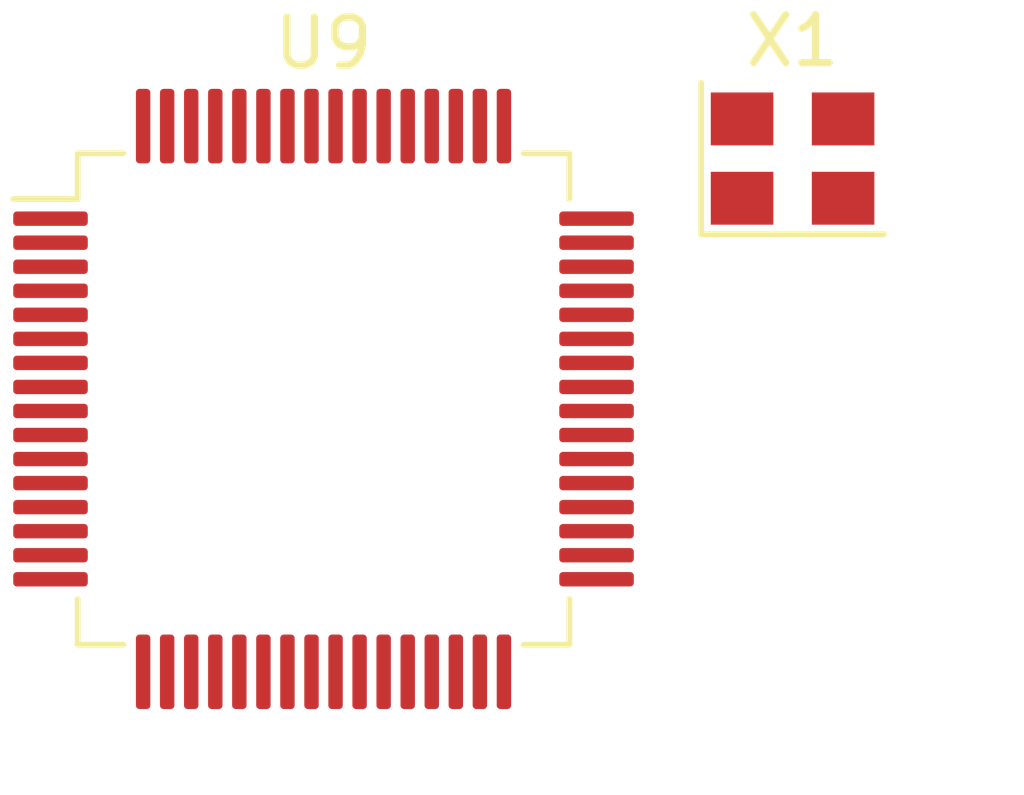
<source format=kicad_pcb>
(kicad_pcb (version 20171130) (host pcbnew "(5.1.9)-1")

  (general
    (thickness 1.6)
    (drawings 0)
    (tracks 0)
    (zones 0)
    (modules 2)
    (nets 5)
  )

  (page A4)
  (layers
    (0 F.Cu signal)
    (31 B.Cu signal)
    (32 B.Adhes user)
    (33 F.Adhes user)
    (34 B.Paste user)
    (35 F.Paste user)
    (36 B.SilkS user)
    (37 F.SilkS user)
    (38 B.Mask user)
    (39 F.Mask user)
    (40 Dwgs.User user)
    (41 Cmts.User user)
    (42 Eco1.User user)
    (43 Eco2.User user)
    (44 Edge.Cuts user)
    (45 Margin user)
    (46 B.CrtYd user)
    (47 F.CrtYd user)
    (48 B.Fab user)
    (49 F.Fab user)
  )

  (setup
    (last_trace_width 0.25)
    (trace_clearance 0.2)
    (zone_clearance 0.508)
    (zone_45_only no)
    (trace_min 0.2)
    (via_size 0.8)
    (via_drill 0.4)
    (via_min_size 0.4)
    (via_min_drill 0.3)
    (uvia_size 0.3)
    (uvia_drill 0.1)
    (uvias_allowed no)
    (uvia_min_size 0.2)
    (uvia_min_drill 0.1)
    (edge_width 0.05)
    (segment_width 0.2)
    (pcb_text_width 0.3)
    (pcb_text_size 1.5 1.5)
    (mod_edge_width 0.12)
    (mod_text_size 1 1)
    (mod_text_width 0.15)
    (pad_size 1.524 1.524)
    (pad_drill 0.762)
    (pad_to_mask_clearance 0)
    (aux_axis_origin 0 0)
    (visible_elements FFFFFF7F)
    (pcbplotparams
      (layerselection 0x010fc_ffffffff)
      (usegerberextensions false)
      (usegerberattributes true)
      (usegerberadvancedattributes true)
      (creategerberjobfile true)
      (excludeedgelayer true)
      (linewidth 0.100000)
      (plotframeref false)
      (viasonmask false)
      (mode 1)
      (useauxorigin false)
      (hpglpennumber 1)
      (hpglpenspeed 20)
      (hpglpendiameter 15.000000)
      (psnegative false)
      (psa4output false)
      (plotreference true)
      (plotvalue true)
      (plotinvisibletext false)
      (padsonsilk false)
      (subtractmaskfromsilk false)
      (outputformat 1)
      (mirror false)
      (drillshape 1)
      (scaleselection 1)
      (outputdirectory ""))
  )

  (net 0 "")
  (net 1 +1V8)
  (net 2 "Net-(U9-Pad20)")
  (net 3 GND)
  (net 4 +3V3)

  (net_class Default "This is the default net class."
    (clearance 0.2)
    (trace_width 0.25)
    (via_dia 0.8)
    (via_drill 0.4)
    (uvia_dia 0.3)
    (uvia_drill 0.1)
    (add_net +1V8)
    (add_net +3V3)
    (add_net "/referencias y MIO/D+")
    (add_net "/referencias y MIO/D-")
    (add_net "/referencias y MIO/EECLK")
    (add_net "/referencias y MIO/EECS")
    (add_net "/referencias y MIO/EEDATA")
    (add_net "/referencias y MIO/PS_CLK")
    (add_net "/referencias y MIO/RX")
    (add_net "/referencias y MIO/TCK")
    (add_net "/referencias y MIO/TDI")
    (add_net "/referencias y MIO/TDO")
    (add_net "/referencias y MIO/TMS")
    (add_net "/referencias y MIO/TX")
    (add_net "/referencias y MIO/USB_RST")
    (add_net GND)
    (add_net "Net-(C53-Pad1)")
    (add_net "Net-(C54-Pad1)")
    (add_net "Net-(C56-Pad1)")
    (add_net "Net-(C57-Pad1)")
    (add_net "Net-(R99-Pad2)")
    (add_net "Net-(U9-Pad20)")
    (add_net "Net-(U9-Pad21)")
    (add_net "Net-(U9-Pad22)")
    (add_net "Net-(U9-Pad23)")
    (add_net "Net-(U9-Pad24)")
    (add_net "Net-(U9-Pad26)")
    (add_net "Net-(U9-Pad27)")
    (add_net "Net-(U9-Pad28)")
    (add_net "Net-(U9-Pad29)")
    (add_net "Net-(U9-Pad30)")
    (add_net "Net-(U9-Pad32)")
    (add_net "Net-(U9-Pad33)")
    (add_net "Net-(U9-Pad34)")
    (add_net "Net-(U9-Pad36)")
    (add_net "Net-(U9-Pad40)")
    (add_net "Net-(U9-Pad41)")
    (add_net "Net-(U9-Pad43)")
    (add_net "Net-(U9-Pad44)")
    (add_net "Net-(U9-Pad45)")
    (add_net "Net-(U9-Pad46)")
    (add_net "Net-(U9-Pad48)")
    (add_net "Net-(U9-Pad52)")
    (add_net "Net-(U9-Pad53)")
    (add_net "Net-(U9-Pad54)")
    (add_net "Net-(U9-Pad55)")
    (add_net "Net-(U9-Pad57)")
    (add_net "Net-(U9-Pad58)")
    (add_net "Net-(U9-Pad59)")
    (add_net "Net-(U9-Pad60)")
  )

  (module Oscillator:Oscillator_SMD_Abracon_ASE-4Pin_3.2x2.5mm (layer F.Cu) (tedit 58CD3344) (tstamp 6123ED04)
    (at 110.2 115)
    (descr "Miniature Crystal Clock Oscillator Abracon ASE series, http://www.abracon.com/Oscillators/ASEseries.pdf, 3.2x2.5mm^2 package")
    (tags "SMD SMT crystal oscillator")
    (path /61276E2A/61D1A5EA)
    (attr smd)
    (fp_text reference X1 (at 0 -2.45) (layer F.SilkS)
      (effects (font (size 1 1) (thickness 0.15)))
    )
    (fp_text value ASE-xxxMHz (at 0 2.45) (layer F.Fab)
      (effects (font (size 1 1) (thickness 0.15)))
    )
    (fp_text user %R (at 0 0) (layer F.Fab)
      (effects (font (size 0.7 0.7) (thickness 0.105)))
    )
    (fp_line (start -1.5 -1.25) (end 1.5 -1.25) (layer F.Fab) (width 0.1))
    (fp_line (start 1.5 -1.25) (end 1.6 -1.15) (layer F.Fab) (width 0.1))
    (fp_line (start 1.6 -1.15) (end 1.6 1.15) (layer F.Fab) (width 0.1))
    (fp_line (start 1.6 1.15) (end 1.5 1.25) (layer F.Fab) (width 0.1))
    (fp_line (start 1.5 1.25) (end -1.5 1.25) (layer F.Fab) (width 0.1))
    (fp_line (start -1.5 1.25) (end -1.6 1.15) (layer F.Fab) (width 0.1))
    (fp_line (start -1.6 1.15) (end -1.6 -1.15) (layer F.Fab) (width 0.1))
    (fp_line (start -1.6 -1.15) (end -1.5 -1.25) (layer F.Fab) (width 0.1))
    (fp_line (start -1.6 0.25) (end -0.6 1.25) (layer F.Fab) (width 0.1))
    (fp_line (start -1.9 -1.575) (end -1.9 1.575) (layer F.SilkS) (width 0.12))
    (fp_line (start -1.9 1.575) (end 1.9 1.575) (layer F.SilkS) (width 0.12))
    (fp_line (start -2 -1.7) (end -2 1.7) (layer F.CrtYd) (width 0.05))
    (fp_line (start -2 1.7) (end 2 1.7) (layer F.CrtYd) (width 0.05))
    (fp_line (start 2 1.7) (end 2 -1.7) (layer F.CrtYd) (width 0.05))
    (fp_line (start 2 -1.7) (end -2 -1.7) (layer F.CrtYd) (width 0.05))
    (fp_circle (center 0 0) (end 0.25 0) (layer F.Adhes) (width 0.1))
    (fp_circle (center 0 0) (end 0.208333 0) (layer F.Adhes) (width 0.083333))
    (fp_circle (center 0 0) (end 0.133333 0) (layer F.Adhes) (width 0.083333))
    (fp_circle (center 0 0) (end 0.058333 0) (layer F.Adhes) (width 0.116667))
    (pad 4 smd rect (at -1.05 -0.825) (size 1.3 1.1) (layers F.Cu F.Paste F.Mask)
      (net 4 +3V3))
    (pad 3 smd rect (at 1.05 -0.825) (size 1.3 1.1) (layers F.Cu F.Paste F.Mask))
    (pad 2 smd rect (at 1.05 0.825) (size 1.3 1.1) (layers F.Cu F.Paste F.Mask)
      (net 3 GND))
    (pad 1 smd rect (at -1.05 0.825) (size 1.3 1.1) (layers F.Cu F.Paste F.Mask))
    (model ${KISYS3DMOD}/Oscillator.3dshapes/Oscillator_SMD_Abracon_ASE-4Pin_3.2x2.5mm.wrl
      (at (xyz 0 0 0))
      (scale (xyz 1 1 1))
      (rotate (xyz 0 0 0))
    )
  )

  (module Package_QFP:LQFP-64_10x10mm_P0.5mm (layer F.Cu) (tedit 5D9F72AF) (tstamp 6123ECE8)
    (at 100.45 120)
    (descr "LQFP, 64 Pin (https://www.analog.com/media/en/technical-documentation/data-sheets/ad7606_7606-6_7606-4.pdf), generated with kicad-footprint-generator ipc_gullwing_generator.py")
    (tags "LQFP QFP")
    (path /61276E2A/61CBB799)
    (attr smd)
    (fp_text reference U9 (at 0 -7.4) (layer F.SilkS)
      (effects (font (size 1 1) (thickness 0.15)))
    )
    (fp_text value FT2232HL (at 0 7.4) (layer F.Fab)
      (effects (font (size 1 1) (thickness 0.15)))
    )
    (fp_text user %R (at 0 0) (layer F.Fab)
      (effects (font (size 1 1) (thickness 0.15)))
    )
    (fp_line (start 4.16 5.11) (end 5.11 5.11) (layer F.SilkS) (width 0.12))
    (fp_line (start 5.11 5.11) (end 5.11 4.16) (layer F.SilkS) (width 0.12))
    (fp_line (start -4.16 5.11) (end -5.11 5.11) (layer F.SilkS) (width 0.12))
    (fp_line (start -5.11 5.11) (end -5.11 4.16) (layer F.SilkS) (width 0.12))
    (fp_line (start 4.16 -5.11) (end 5.11 -5.11) (layer F.SilkS) (width 0.12))
    (fp_line (start 5.11 -5.11) (end 5.11 -4.16) (layer F.SilkS) (width 0.12))
    (fp_line (start -4.16 -5.11) (end -5.11 -5.11) (layer F.SilkS) (width 0.12))
    (fp_line (start -5.11 -5.11) (end -5.11 -4.16) (layer F.SilkS) (width 0.12))
    (fp_line (start -5.11 -4.16) (end -6.45 -4.16) (layer F.SilkS) (width 0.12))
    (fp_line (start -4 -5) (end 5 -5) (layer F.Fab) (width 0.1))
    (fp_line (start 5 -5) (end 5 5) (layer F.Fab) (width 0.1))
    (fp_line (start 5 5) (end -5 5) (layer F.Fab) (width 0.1))
    (fp_line (start -5 5) (end -5 -4) (layer F.Fab) (width 0.1))
    (fp_line (start -5 -4) (end -4 -5) (layer F.Fab) (width 0.1))
    (fp_line (start 0 -6.7) (end -4.15 -6.7) (layer F.CrtYd) (width 0.05))
    (fp_line (start -4.15 -6.7) (end -4.15 -5.25) (layer F.CrtYd) (width 0.05))
    (fp_line (start -4.15 -5.25) (end -5.25 -5.25) (layer F.CrtYd) (width 0.05))
    (fp_line (start -5.25 -5.25) (end -5.25 -4.15) (layer F.CrtYd) (width 0.05))
    (fp_line (start -5.25 -4.15) (end -6.7 -4.15) (layer F.CrtYd) (width 0.05))
    (fp_line (start -6.7 -4.15) (end -6.7 0) (layer F.CrtYd) (width 0.05))
    (fp_line (start 0 -6.7) (end 4.15 -6.7) (layer F.CrtYd) (width 0.05))
    (fp_line (start 4.15 -6.7) (end 4.15 -5.25) (layer F.CrtYd) (width 0.05))
    (fp_line (start 4.15 -5.25) (end 5.25 -5.25) (layer F.CrtYd) (width 0.05))
    (fp_line (start 5.25 -5.25) (end 5.25 -4.15) (layer F.CrtYd) (width 0.05))
    (fp_line (start 5.25 -4.15) (end 6.7 -4.15) (layer F.CrtYd) (width 0.05))
    (fp_line (start 6.7 -4.15) (end 6.7 0) (layer F.CrtYd) (width 0.05))
    (fp_line (start 0 6.7) (end -4.15 6.7) (layer F.CrtYd) (width 0.05))
    (fp_line (start -4.15 6.7) (end -4.15 5.25) (layer F.CrtYd) (width 0.05))
    (fp_line (start -4.15 5.25) (end -5.25 5.25) (layer F.CrtYd) (width 0.05))
    (fp_line (start -5.25 5.25) (end -5.25 4.15) (layer F.CrtYd) (width 0.05))
    (fp_line (start -5.25 4.15) (end -6.7 4.15) (layer F.CrtYd) (width 0.05))
    (fp_line (start -6.7 4.15) (end -6.7 0) (layer F.CrtYd) (width 0.05))
    (fp_line (start 0 6.7) (end 4.15 6.7) (layer F.CrtYd) (width 0.05))
    (fp_line (start 4.15 6.7) (end 4.15 5.25) (layer F.CrtYd) (width 0.05))
    (fp_line (start 4.15 5.25) (end 5.25 5.25) (layer F.CrtYd) (width 0.05))
    (fp_line (start 5.25 5.25) (end 5.25 4.15) (layer F.CrtYd) (width 0.05))
    (fp_line (start 5.25 4.15) (end 6.7 4.15) (layer F.CrtYd) (width 0.05))
    (fp_line (start 6.7 4.15) (end 6.7 0) (layer F.CrtYd) (width 0.05))
    (pad 64 smd roundrect (at -3.75 -5.675) (size 0.3 1.55) (layers F.Cu F.Paste F.Mask) (roundrect_rratio 0.25)
      (net 1 +1V8))
    (pad 63 smd roundrect (at -3.25 -5.675) (size 0.3 1.55) (layers F.Cu F.Paste F.Mask) (roundrect_rratio 0.25))
    (pad 62 smd roundrect (at -2.75 -5.675) (size 0.3 1.55) (layers F.Cu F.Paste F.Mask) (roundrect_rratio 0.25))
    (pad 61 smd roundrect (at -2.25 -5.675) (size 0.3 1.55) (layers F.Cu F.Paste F.Mask) (roundrect_rratio 0.25))
    (pad 60 smd roundrect (at -1.75 -5.675) (size 0.3 1.55) (layers F.Cu F.Paste F.Mask) (roundrect_rratio 0.25))
    (pad 59 smd roundrect (at -1.25 -5.675) (size 0.3 1.55) (layers F.Cu F.Paste F.Mask) (roundrect_rratio 0.25))
    (pad 58 smd roundrect (at -0.75 -5.675) (size 0.3 1.55) (layers F.Cu F.Paste F.Mask) (roundrect_rratio 0.25))
    (pad 57 smd roundrect (at -0.25 -5.675) (size 0.3 1.55) (layers F.Cu F.Paste F.Mask) (roundrect_rratio 0.25))
    (pad 56 smd roundrect (at 0.25 -5.675) (size 0.3 1.55) (layers F.Cu F.Paste F.Mask) (roundrect_rratio 0.25)
      (net 2 "Net-(U9-Pad20)"))
    (pad 55 smd roundrect (at 0.75 -5.675) (size 0.3 1.55) (layers F.Cu F.Paste F.Mask) (roundrect_rratio 0.25))
    (pad 54 smd roundrect (at 1.25 -5.675) (size 0.3 1.55) (layers F.Cu F.Paste F.Mask) (roundrect_rratio 0.25))
    (pad 53 smd roundrect (at 1.75 -5.675) (size 0.3 1.55) (layers F.Cu F.Paste F.Mask) (roundrect_rratio 0.25))
    (pad 52 smd roundrect (at 2.25 -5.675) (size 0.3 1.55) (layers F.Cu F.Paste F.Mask) (roundrect_rratio 0.25))
    (pad 51 smd roundrect (at 2.75 -5.675) (size 0.3 1.55) (layers F.Cu F.Paste F.Mask) (roundrect_rratio 0.25)
      (net 3 GND))
    (pad 50 smd roundrect (at 3.25 -5.675) (size 0.3 1.55) (layers F.Cu F.Paste F.Mask) (roundrect_rratio 0.25)
      (net 4 +3V3))
    (pad 49 smd roundrect (at 3.75 -5.675) (size 0.3 1.55) (layers F.Cu F.Paste F.Mask) (roundrect_rratio 0.25)
      (net 1 +1V8))
    (pad 48 smd roundrect (at 5.675 -3.75) (size 1.55 0.3) (layers F.Cu F.Paste F.Mask) (roundrect_rratio 0.25))
    (pad 47 smd roundrect (at 5.675 -3.25) (size 1.55 0.3) (layers F.Cu F.Paste F.Mask) (roundrect_rratio 0.25)
      (net 3 GND))
    (pad 46 smd roundrect (at 5.675 -2.75) (size 1.55 0.3) (layers F.Cu F.Paste F.Mask) (roundrect_rratio 0.25))
    (pad 45 smd roundrect (at 5.675 -2.25) (size 1.55 0.3) (layers F.Cu F.Paste F.Mask) (roundrect_rratio 0.25))
    (pad 44 smd roundrect (at 5.675 -1.75) (size 1.55 0.3) (layers F.Cu F.Paste F.Mask) (roundrect_rratio 0.25))
    (pad 43 smd roundrect (at 5.675 -1.25) (size 1.55 0.3) (layers F.Cu F.Paste F.Mask) (roundrect_rratio 0.25))
    (pad 42 smd roundrect (at 5.675 -0.75) (size 1.55 0.3) (layers F.Cu F.Paste F.Mask) (roundrect_rratio 0.25)
      (net 2 "Net-(U9-Pad20)"))
    (pad 41 smd roundrect (at 5.675 -0.25) (size 1.55 0.3) (layers F.Cu F.Paste F.Mask) (roundrect_rratio 0.25))
    (pad 40 smd roundrect (at 5.675 0.25) (size 1.55 0.3) (layers F.Cu F.Paste F.Mask) (roundrect_rratio 0.25))
    (pad 39 smd roundrect (at 5.675 0.75) (size 1.55 0.3) (layers F.Cu F.Paste F.Mask) (roundrect_rratio 0.25))
    (pad 38 smd roundrect (at 5.675 1.25) (size 1.55 0.3) (layers F.Cu F.Paste F.Mask) (roundrect_rratio 0.25))
    (pad 37 smd roundrect (at 5.675 1.75) (size 1.55 0.3) (layers F.Cu F.Paste F.Mask) (roundrect_rratio 0.25)
      (net 1 +1V8))
    (pad 36 smd roundrect (at 5.675 2.25) (size 1.55 0.3) (layers F.Cu F.Paste F.Mask) (roundrect_rratio 0.25))
    (pad 35 smd roundrect (at 5.675 2.75) (size 1.55 0.3) (layers F.Cu F.Paste F.Mask) (roundrect_rratio 0.25)
      (net 3 GND))
    (pad 34 smd roundrect (at 5.675 3.25) (size 1.55 0.3) (layers F.Cu F.Paste F.Mask) (roundrect_rratio 0.25))
    (pad 33 smd roundrect (at 5.675 3.75) (size 1.55 0.3) (layers F.Cu F.Paste F.Mask) (roundrect_rratio 0.25))
    (pad 32 smd roundrect (at 3.75 5.675) (size 0.3 1.55) (layers F.Cu F.Paste F.Mask) (roundrect_rratio 0.25))
    (pad 31 smd roundrect (at 3.25 5.675) (size 0.3 1.55) (layers F.Cu F.Paste F.Mask) (roundrect_rratio 0.25)
      (net 2 "Net-(U9-Pad20)"))
    (pad 30 smd roundrect (at 2.75 5.675) (size 0.3 1.55) (layers F.Cu F.Paste F.Mask) (roundrect_rratio 0.25))
    (pad 29 smd roundrect (at 2.25 5.675) (size 0.3 1.55) (layers F.Cu F.Paste F.Mask) (roundrect_rratio 0.25))
    (pad 28 smd roundrect (at 1.75 5.675) (size 0.3 1.55) (layers F.Cu F.Paste F.Mask) (roundrect_rratio 0.25))
    (pad 27 smd roundrect (at 1.25 5.675) (size 0.3 1.55) (layers F.Cu F.Paste F.Mask) (roundrect_rratio 0.25))
    (pad 26 smd roundrect (at 0.75 5.675) (size 0.3 1.55) (layers F.Cu F.Paste F.Mask) (roundrect_rratio 0.25))
    (pad 25 smd roundrect (at 0.25 5.675) (size 0.3 1.55) (layers F.Cu F.Paste F.Mask) (roundrect_rratio 0.25)
      (net 3 GND))
    (pad 24 smd roundrect (at -0.25 5.675) (size 0.3 1.55) (layers F.Cu F.Paste F.Mask) (roundrect_rratio 0.25))
    (pad 23 smd roundrect (at -0.75 5.675) (size 0.3 1.55) (layers F.Cu F.Paste F.Mask) (roundrect_rratio 0.25))
    (pad 22 smd roundrect (at -1.25 5.675) (size 0.3 1.55) (layers F.Cu F.Paste F.Mask) (roundrect_rratio 0.25))
    (pad 21 smd roundrect (at -1.75 5.675) (size 0.3 1.55) (layers F.Cu F.Paste F.Mask) (roundrect_rratio 0.25))
    (pad 20 smd roundrect (at -2.25 5.675) (size 0.3 1.55) (layers F.Cu F.Paste F.Mask) (roundrect_rratio 0.25)
      (net 2 "Net-(U9-Pad20)"))
    (pad 19 smd roundrect (at -2.75 5.675) (size 0.3 1.55) (layers F.Cu F.Paste F.Mask) (roundrect_rratio 0.25))
    (pad 18 smd roundrect (at -3.25 5.675) (size 0.3 1.55) (layers F.Cu F.Paste F.Mask) (roundrect_rratio 0.25))
    (pad 17 smd roundrect (at -3.75 5.675) (size 0.3 1.55) (layers F.Cu F.Paste F.Mask) (roundrect_rratio 0.25))
    (pad 16 smd roundrect (at -5.675 3.75) (size 1.55 0.3) (layers F.Cu F.Paste F.Mask) (roundrect_rratio 0.25))
    (pad 15 smd roundrect (at -5.675 3.25) (size 1.55 0.3) (layers F.Cu F.Paste F.Mask) (roundrect_rratio 0.25)
      (net 3 GND))
    (pad 14 smd roundrect (at -5.675 2.75) (size 1.55 0.3) (layers F.Cu F.Paste F.Mask) (roundrect_rratio 0.25))
    (pad 13 smd roundrect (at -5.675 2.25) (size 1.55 0.3) (layers F.Cu F.Paste F.Mask) (roundrect_rratio 0.25)
      (net 3 GND))
    (pad 12 smd roundrect (at -5.675 1.75) (size 1.55 0.3) (layers F.Cu F.Paste F.Mask) (roundrect_rratio 0.25)
      (net 1 +1V8))
    (pad 11 smd roundrect (at -5.675 1.25) (size 1.55 0.3) (layers F.Cu F.Paste F.Mask) (roundrect_rratio 0.25)
      (net 3 GND))
    (pad 10 smd roundrect (at -5.675 0.75) (size 1.55 0.3) (layers F.Cu F.Paste F.Mask) (roundrect_rratio 0.25)
      (net 3 GND))
    (pad 9 smd roundrect (at -5.675 0.25) (size 1.55 0.3) (layers F.Cu F.Paste F.Mask) (roundrect_rratio 0.25))
    (pad 8 smd roundrect (at -5.675 -0.25) (size 1.55 0.3) (layers F.Cu F.Paste F.Mask) (roundrect_rratio 0.25))
    (pad 7 smd roundrect (at -5.675 -0.75) (size 1.55 0.3) (layers F.Cu F.Paste F.Mask) (roundrect_rratio 0.25))
    (pad 6 smd roundrect (at -5.675 -1.25) (size 1.55 0.3) (layers F.Cu F.Paste F.Mask) (roundrect_rratio 0.25)
      (net 3 GND))
    (pad 5 smd roundrect (at -5.675 -1.75) (size 1.55 0.3) (layers F.Cu F.Paste F.Mask) (roundrect_rratio 0.25)
      (net 3 GND))
    (pad 4 smd roundrect (at -5.675 -2.25) (size 1.55 0.3) (layers F.Cu F.Paste F.Mask) (roundrect_rratio 0.25))
    (pad 3 smd roundrect (at -5.675 -2.75) (size 1.55 0.3) (layers F.Cu F.Paste F.Mask) (roundrect_rratio 0.25))
    (pad 2 smd roundrect (at -5.675 -3.25) (size 1.55 0.3) (layers F.Cu F.Paste F.Mask) (roundrect_rratio 0.25))
    (pad 1 smd roundrect (at -5.675 -3.75) (size 1.55 0.3) (layers F.Cu F.Paste F.Mask) (roundrect_rratio 0.25)
      (net 3 GND))
    (model ${KISYS3DMOD}/Package_QFP.3dshapes/LQFP-64_10x10mm_P0.5mm.wrl
      (at (xyz 0 0 0))
      (scale (xyz 1 1 1))
      (rotate (xyz 0 0 0))
    )
  )

)

</source>
